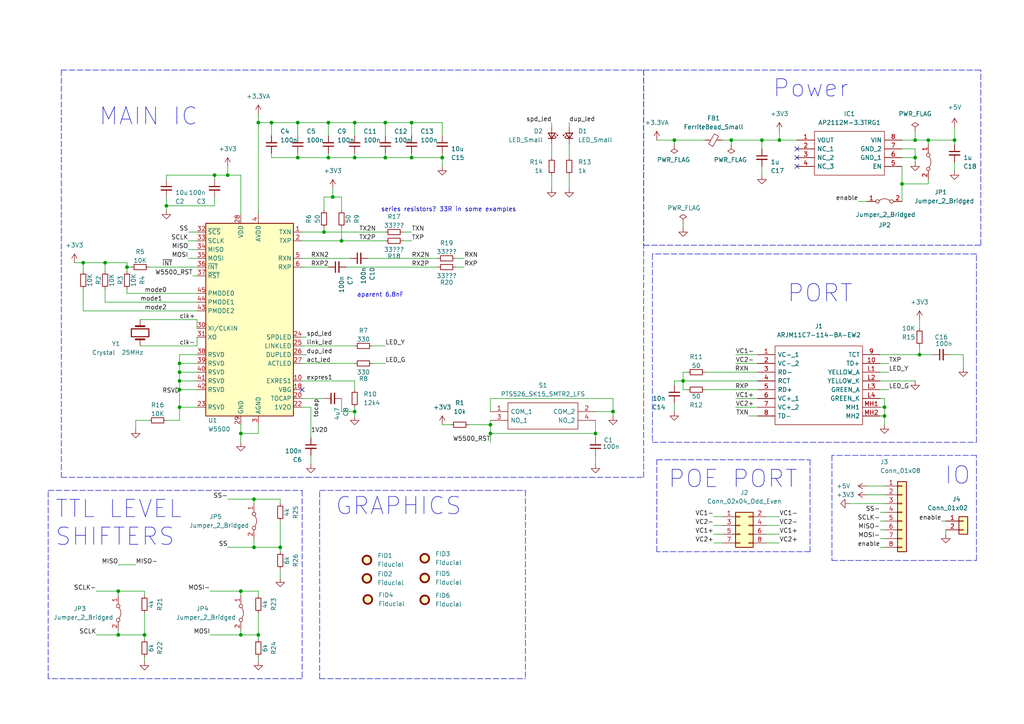
<source format=kicad_sch>
(kicad_sch (version 20211123) (generator eeschema)
  (paper "A4")
  (junction (at 30.48 76.2))
  (junction (at 142.24 125.73))
  (junction (at 34.29 171.45))
  (junction (at 69.85 171.45))
  (junction (at 62.23 50.8))
  (junction (at 111.76 35.56))
  (junction (at 69.85 125.73))
  (junction (at 102.87 35.56))
  (junction (at 128.27 45.72))
  (junction (at 256.54 118.11))
  (junction (at 52.07 107.95))
  (junction (at 119.38 45.72))
  (junction (at 269.24 40.64))
  (junction (at 99.06 69.85))
  (junction (at 198.12 110.49))
  (junction (at 78.74 35.56))
  (junction (at 220.98 40.64))
  (junction (at 256.54 120.65))
  (junction (at 265.43 45.72))
  (junction (at 86.36 45.72))
  (junction (at 226.06 40.64))
  (junction (at 41.91 184.15))
  (junction (at 81.28 158.75))
  (junction (at 52.07 118.11))
  (junction (at 95.25 35.56))
  (junction (at 74.93 35.56))
  (junction (at 74.93 184.15))
  (junction (at 34.29 184.15))
  (junction (at 69.85 184.15))
  (junction (at 86.36 35.56))
  (junction (at 119.38 35.56))
  (junction (at 95.25 45.72))
  (junction (at 52.07 113.03))
  (junction (at 52.07 110.49))
  (junction (at 102.87 119.38))
  (junction (at 52.07 105.41))
  (junction (at 24.13 76.2))
  (junction (at 102.87 45.72))
  (junction (at 177.8 119.38))
  (junction (at 172.72 125.73))
  (junction (at 195.58 40.64))
  (junction (at 212.09 40.64))
  (junction (at 66.04 50.8))
  (junction (at 266.7 102.87))
  (junction (at 73.66 144.78))
  (junction (at 261.62 53.34))
  (junction (at 265.43 40.64))
  (junction (at 96.52 57.15))
  (junction (at 48.26 59.69))
  (junction (at 36.83 77.47))
  (junction (at 111.76 45.72))
  (junction (at 276.86 40.64))
  (junction (at 142.24 123.19))
  (junction (at 73.66 158.75))
  (junction (at 93.98 67.31))
  (no_connect (at 87.63 113.03))
  (no_connect (at 231.14 48.26))
  (no_connect (at 231.14 45.72))
  (no_connect (at 231.14 43.18))
  (wire (pts (xy 87.63 118.11) (xy 90.17 118.11)))
  (wire (pts (xy 274.32 153.67) (xy 274.32 154.94)))
  (wire (pts (xy 52.07 121.92) (xy 48.26 121.92)))
  (wire (pts (xy 198.12 110.49) (xy 219.71 110.49)))
  (wire (pts (xy 74.93 177.8) (xy 74.93 184.15)))
  (wire (pts (xy 198.12 107.95) (xy 198.12 110.49)))
  (polyline (pts (xy 17.78 20.32) (xy 186.69 20.32)))
  (wire (pts (xy 226.06 40.64) (xy 231.14 40.64)))
  (wire (pts (xy 256.54 118.11) (xy 256.54 115.57)))
  (wire (pts (xy 261.62 45.72) (xy 265.43 45.72)))
  (polyline (pts (xy 234.95 133.35) (xy 234.95 160.02)))
  (wire (pts (xy 74.93 33.02) (xy 74.93 35.56)))
  (wire (pts (xy 273.05 151.13) (xy 274.32 151.13)))
  (wire (pts (xy 177.8 119.38) (xy 177.8 120.65)))
  (wire (pts (xy 255.27 113.03) (xy 257.81 113.03)))
  (wire (pts (xy 93.98 57.15) (xy 96.52 57.15)))
  (wire (pts (xy 73.66 158.75) (xy 81.28 158.75)))
  (wire (pts (xy 276.86 40.64) (xy 276.86 36.83)))
  (wire (pts (xy 93.98 67.31) (xy 111.76 67.31)))
  (polyline (pts (xy 189.23 73.66) (xy 189.23 128.27)))
  (wire (pts (xy 93.98 67.31) (xy 93.98 66.04)))
  (wire (pts (xy 54.61 72.39) (xy 57.15 72.39)))
  (wire (pts (xy 57.15 113.03) (xy 52.07 113.03)))
  (wire (pts (xy 78.74 35.56) (xy 86.36 35.56)))
  (wire (pts (xy 86.36 45.72) (xy 95.25 45.72)))
  (wire (pts (xy 57.15 92.71) (xy 57.15 95.25)))
  (wire (pts (xy 48.26 50.8) (xy 62.23 50.8)))
  (wire (pts (xy 111.76 44.45) (xy 111.76 45.72)))
  (wire (pts (xy 266.7 102.87) (xy 270.51 102.87)))
  (wire (pts (xy 81.28 144.78) (xy 81.28 146.05)))
  (wire (pts (xy 54.61 67.31) (xy 57.15 67.31)))
  (wire (pts (xy 52.07 102.87) (xy 52.07 105.41)))
  (wire (pts (xy 74.93 190.5) (xy 74.93 191.77)))
  (wire (pts (xy 256.54 120.65) (xy 256.54 123.19)))
  (polyline (pts (xy 87.63 196.85) (xy 13.97 196.85)))
  (wire (pts (xy 212.09 40.64) (xy 220.98 40.64)))
  (wire (pts (xy 40.64 100.33) (xy 57.15 100.33)))
  (wire (pts (xy 48.26 59.69) (xy 62.23 59.69)))
  (wire (pts (xy 209.55 40.64) (xy 212.09 40.64)))
  (wire (pts (xy 73.66 144.78) (xy 73.66 146.05)))
  (wire (pts (xy 48.26 59.69) (xy 48.26 60.96)))
  (wire (pts (xy 93.98 67.31) (xy 87.63 67.31)))
  (wire (pts (xy 87.63 100.33) (xy 102.87 100.33)))
  (wire (pts (xy 95.25 35.56) (xy 95.25 39.37)))
  (wire (pts (xy 255.27 107.95) (xy 257.81 107.95)))
  (polyline (pts (xy 283.21 73.66) (xy 189.23 73.66)))
  (wire (pts (xy 74.93 35.56) (xy 78.74 35.56)))
  (wire (pts (xy 226.06 38.1) (xy 226.06 40.64)))
  (polyline (pts (xy 17.78 20.32) (xy 17.78 138.43)))
  (wire (pts (xy 99.06 115.57) (xy 99.06 119.38)))
  (wire (pts (xy 87.63 105.41) (xy 102.87 105.41)))
  (wire (pts (xy 74.93 171.45) (xy 69.85 171.45)))
  (wire (pts (xy 69.85 125.73) (xy 69.85 128.27)))
  (wire (pts (xy 24.13 76.2) (xy 21.59 76.2)))
  (wire (pts (xy 102.87 119.38) (xy 102.87 120.65)))
  (wire (pts (xy 30.48 87.63) (xy 57.15 87.63)))
  (wire (pts (xy 66.04 48.26) (xy 66.04 50.8)))
  (wire (pts (xy 52.07 107.95) (xy 57.15 107.95)))
  (wire (pts (xy 222.25 149.86) (xy 226.06 149.86)))
  (wire (pts (xy 24.13 90.17) (xy 24.13 83.82)))
  (wire (pts (xy 95.25 35.56) (xy 102.87 35.56)))
  (wire (pts (xy 261.62 53.34) (xy 261.62 58.42)))
  (wire (pts (xy 102.87 44.45) (xy 102.87 45.72)))
  (wire (pts (xy 93.98 60.96) (xy 93.98 57.15)))
  (wire (pts (xy 128.27 45.72) (xy 128.27 44.45)))
  (wire (pts (xy 69.85 182.88) (xy 69.85 184.15)))
  (wire (pts (xy 57.15 100.33) (xy 57.15 97.79)))
  (wire (pts (xy 255.27 115.57) (xy 256.54 115.57)))
  (wire (pts (xy 66.04 50.8) (xy 69.85 50.8)))
  (wire (pts (xy 195.58 110.49) (xy 198.12 110.49)))
  (wire (pts (xy 69.85 123.19) (xy 69.85 125.73)))
  (wire (pts (xy 102.87 119.38) (xy 99.06 119.38)))
  (wire (pts (xy 74.93 35.56) (xy 74.93 62.23)))
  (wire (pts (xy 95.25 45.72) (xy 102.87 45.72)))
  (wire (pts (xy 255.27 158.75) (xy 256.54 158.75)))
  (wire (pts (xy 261.62 53.34) (xy 269.24 53.34)))
  (wire (pts (xy 96.52 57.15) (xy 99.06 57.15)))
  (wire (pts (xy 87.63 74.93) (xy 101.6 74.93)))
  (wire (pts (xy 78.74 44.45) (xy 78.74 45.72)))
  (polyline (pts (xy 186.69 20.32) (xy 186.69 71.12)))
  (wire (pts (xy 86.36 35.56) (xy 95.25 35.56)))
  (polyline (pts (xy 152.4 142.24) (xy 152.4 196.85)))
  (wire (pts (xy 119.38 45.72) (xy 128.27 45.72)))
  (wire (pts (xy 261.62 43.18) (xy 265.43 43.18)))
  (polyline (pts (xy 186.69 138.43) (xy 186.69 20.32)))
  (wire (pts (xy 62.23 59.69) (xy 62.23 57.15)))
  (wire (pts (xy 128.27 35.56) (xy 128.27 39.37)))
  (wire (pts (xy 119.38 35.56) (xy 119.38 39.37)))
  (wire (pts (xy 212.09 40.64) (xy 212.09 41.91)))
  (polyline (pts (xy 189.23 128.27) (xy 283.21 128.27)))
  (wire (pts (xy 87.63 102.87) (xy 88.9 102.87)))
  (wire (pts (xy 36.83 77.47) (xy 38.1 77.47)))
  (wire (pts (xy 69.85 171.45) (xy 60.96 171.45)))
  (wire (pts (xy 255.27 120.65) (xy 256.54 120.65)))
  (wire (pts (xy 41.91 184.15) (xy 41.91 185.42)))
  (wire (pts (xy 52.07 105.41) (xy 52.07 107.95)))
  (wire (pts (xy 52.07 118.11) (xy 52.07 121.92)))
  (wire (pts (xy 255.27 151.13) (xy 256.54 151.13)))
  (polyline (pts (xy 13.97 196.85) (xy 13.97 142.24)))
  (wire (pts (xy 107.95 100.33) (xy 111.76 100.33)))
  (polyline (pts (xy 186.69 20.32) (xy 284.48 20.32)))
  (wire (pts (xy 99.06 57.15) (xy 99.06 60.96)))
  (wire (pts (xy 55.88 80.01) (xy 57.15 80.01)))
  (wire (pts (xy 119.38 44.45) (xy 119.38 45.72)))
  (wire (pts (xy 36.83 78.74) (xy 36.83 77.47)))
  (wire (pts (xy 73.66 144.78) (xy 66.04 144.78)))
  (wire (pts (xy 36.83 77.47) (xy 36.83 76.2)))
  (wire (pts (xy 165.1 41.91) (xy 165.1 45.72)))
  (wire (pts (xy 132.08 74.93) (xy 134.62 74.93)))
  (wire (pts (xy 57.15 85.09) (xy 36.83 85.09)))
  (wire (pts (xy 60.96 184.15) (xy 69.85 184.15)))
  (wire (pts (xy 165.1 54.61) (xy 165.1 50.8)))
  (wire (pts (xy 135.89 123.19) (xy 142.24 123.19)))
  (wire (pts (xy 256.54 118.11) (xy 256.54 120.65)))
  (wire (pts (xy 107.95 105.41) (xy 111.76 105.41)))
  (wire (pts (xy 41.91 171.45) (xy 34.29 171.45)))
  (wire (pts (xy 222.25 157.48) (xy 226.06 157.48)))
  (wire (pts (xy 95.25 77.47) (xy 87.63 77.47)))
  (wire (pts (xy 190.5 40.64) (xy 195.58 40.64)))
  (wire (pts (xy 128.27 48.26) (xy 128.27 45.72)))
  (wire (pts (xy 142.24 125.73) (xy 142.24 123.19)))
  (wire (pts (xy 27.94 184.15) (xy 34.29 184.15)))
  (wire (pts (xy 142.24 119.38) (xy 142.24 115.57)))
  (wire (pts (xy 39.37 121.92) (xy 39.37 124.46)))
  (wire (pts (xy 34.29 163.83) (xy 39.37 163.83)))
  (wire (pts (xy 74.93 125.73) (xy 69.85 125.73)))
  (wire (pts (xy 209.55 152.4) (xy 207.01 152.4)))
  (wire (pts (xy 57.15 102.87) (xy 52.07 102.87)))
  (wire (pts (xy 279.4 102.87) (xy 275.59 102.87)))
  (wire (pts (xy 279.4 106.68) (xy 279.4 102.87)))
  (wire (pts (xy 213.36 118.11) (xy 219.71 118.11)))
  (wire (pts (xy 111.76 35.56) (xy 119.38 35.56)))
  (polyline (pts (xy 283.21 128.27) (xy 283.21 73.66)))
  (wire (pts (xy 96.52 54.61) (xy 96.52 57.15)))
  (polyline (pts (xy 92.71 142.24) (xy 152.4 142.24)))
  (wire (pts (xy 160.02 36.83) (xy 160.02 35.56)))
  (wire (pts (xy 69.85 171.45) (xy 69.85 172.72)))
  (wire (pts (xy 209.55 154.94) (xy 207.01 154.94)))
  (wire (pts (xy 30.48 83.82) (xy 30.48 87.63)))
  (wire (pts (xy 41.91 177.8) (xy 41.91 184.15)))
  (wire (pts (xy 41.91 190.5) (xy 41.91 191.77)))
  (wire (pts (xy 255.27 110.49) (xy 265.43 110.49)))
  (wire (pts (xy 204.47 113.03) (xy 219.71 113.03)))
  (wire (pts (xy 276.86 46.99) (xy 276.86 49.53)))
  (wire (pts (xy 100.33 77.47) (xy 127 77.47)))
  (wire (pts (xy 222.25 152.4) (xy 226.06 152.4)))
  (wire (pts (xy 102.87 35.56) (xy 111.76 35.56)))
  (wire (pts (xy 261.62 48.26) (xy 261.62 53.34)))
  (wire (pts (xy 195.58 40.64) (xy 195.58 41.91)))
  (wire (pts (xy 66.04 158.75) (xy 73.66 158.75)))
  (wire (pts (xy 246.38 146.05) (xy 256.54 146.05)))
  (polyline (pts (xy 186.69 71.12) (xy 284.48 71.12)))
  (wire (pts (xy 78.74 45.72) (xy 86.36 45.72)))
  (wire (pts (xy 128.27 123.19) (xy 130.81 123.19)))
  (wire (pts (xy 36.83 85.09) (xy 36.83 83.82)))
  (polyline (pts (xy 283.21 162.56) (xy 283.21 132.08)))
  (wire (pts (xy 265.43 38.1) (xy 265.43 40.64)))
  (wire (pts (xy 195.58 40.64) (xy 204.47 40.64)))
  (polyline (pts (xy 234.95 160.02) (xy 190.5 160.02)))
  (wire (pts (xy 90.17 132.08) (xy 90.17 134.62)))
  (wire (pts (xy 87.63 97.79) (xy 88.9 97.79)))
  (wire (pts (xy 81.28 144.78) (xy 73.66 144.78)))
  (wire (pts (xy 87.63 115.57) (xy 93.98 115.57)))
  (wire (pts (xy 198.12 110.49) (xy 198.12 113.03)))
  (wire (pts (xy 34.29 182.88) (xy 34.29 184.15)))
  (wire (pts (xy 266.7 92.71) (xy 266.7 95.25)))
  (wire (pts (xy 195.58 116.84) (xy 195.58 119.38)))
  (wire (pts (xy 195.58 111.76) (xy 195.58 110.49)))
  (wire (pts (xy 255.27 105.41) (xy 257.81 105.41)))
  (polyline (pts (xy 17.78 138.43) (xy 186.69 138.43)))
  (wire (pts (xy 220.98 48.26) (xy 220.98 50.8)))
  (wire (pts (xy 39.37 121.92) (xy 43.18 121.92)))
  (wire (pts (xy 204.47 107.95) (xy 219.71 107.95)))
  (wire (pts (xy 102.87 45.72) (xy 111.76 45.72)))
  (wire (pts (xy 41.91 171.45) (xy 41.91 172.72)))
  (wire (pts (xy 172.72 127) (xy 172.72 125.73)))
  (wire (pts (xy 261.62 40.64) (xy 265.43 40.64)))
  (wire (pts (xy 43.18 77.47) (xy 57.15 77.47)))
  (wire (pts (xy 74.93 184.15) (xy 74.93 185.42)))
  (wire (pts (xy 142.24 123.19) (xy 142.24 121.92)))
  (wire (pts (xy 198.12 113.03) (xy 199.39 113.03)))
  (wire (pts (xy 209.55 157.48) (xy 207.01 157.48)))
  (polyline (pts (xy 13.97 142.24) (xy 87.63 142.24)))
  (wire (pts (xy 132.08 77.47) (xy 134.62 77.47)))
  (wire (pts (xy 248.92 58.42) (xy 251.46 58.42)))
  (wire (pts (xy 90.17 127) (xy 90.17 118.11)))
  (wire (pts (xy 52.07 113.03) (xy 52.07 118.11)))
  (wire (pts (xy 160.02 41.91) (xy 160.02 45.72)))
  (wire (pts (xy 86.36 44.45) (xy 86.36 45.72)))
  (wire (pts (xy 102.87 118.11) (xy 102.87 119.38)))
  (wire (pts (xy 52.07 107.95) (xy 52.07 110.49)))
  (wire (pts (xy 24.13 76.2) (xy 24.13 78.74)))
  (polyline (pts (xy 241.3 132.08) (xy 241.3 162.56)))
  (wire (pts (xy 269.24 40.64) (xy 276.86 40.64)))
  (wire (pts (xy 160.02 54.61) (xy 160.02 50.8)))
  (wire (pts (xy 40.64 92.71) (xy 57.15 92.71)))
  (wire (pts (xy 172.72 132.08) (xy 172.72 134.62)))
  (wire (pts (xy 69.85 62.23) (xy 69.85 50.8)))
  (wire (pts (xy 106.68 74.93) (xy 127 74.93)))
  (wire (pts (xy 87.63 110.49) (xy 102.87 110.49)))
  (wire (pts (xy 74.93 171.45) (xy 74.93 172.72)))
  (wire (pts (xy 255.27 148.59) (xy 256.54 148.59)))
  (wire (pts (xy 102.87 35.56) (xy 102.87 39.37)))
  (wire (pts (xy 52.07 110.49) (xy 57.15 110.49)))
  (wire (pts (xy 142.24 125.73) (xy 142.24 128.27)))
  (wire (pts (xy 213.36 105.41) (xy 219.71 105.41)))
  (wire (pts (xy 111.76 35.56) (xy 111.76 39.37)))
  (polyline (pts (xy 190.5 160.02) (xy 190.5 133.35)))
  (wire (pts (xy 111.76 45.72) (xy 119.38 45.72)))
  (wire (pts (xy 251.46 143.51) (xy 256.54 143.51)))
  (wire (pts (xy 30.48 76.2) (xy 30.48 78.74)))
  (wire (pts (xy 266.7 100.33) (xy 266.7 102.87)))
  (wire (pts (xy 48.26 52.07) (xy 48.26 50.8)))
  (wire (pts (xy 81.28 151.13) (xy 81.28 158.75)))
  (wire (pts (xy 78.74 35.56) (xy 78.74 39.37)))
  (wire (pts (xy 99.06 69.85) (xy 111.76 69.85)))
  (wire (pts (xy 217.17 120.65) (xy 219.71 120.65)))
  (wire (pts (xy 81.28 165.1) (xy 81.28 167.64)))
  (wire (pts (xy 269.24 53.34) (xy 269.24 52.07)))
  (wire (pts (xy 220.98 43.18) (xy 220.98 40.64)))
  (wire (pts (xy 213.36 102.87) (xy 219.71 102.87)))
  (wire (pts (xy 81.28 158.75) (xy 81.28 160.02)))
  (wire (pts (xy 265.43 45.72) (xy 265.43 46.99)))
  (polyline (pts (xy 284.48 71.12) (xy 284.48 20.32)))
  (wire (pts (xy 62.23 50.8) (xy 66.04 50.8)))
  (wire (pts (xy 95.25 44.45) (xy 95.25 45.72)))
  (wire (pts (xy 209.55 149.86) (xy 207.01 149.86)))
  (wire (pts (xy 177.8 115.57) (xy 177.8 119.38)))
  (wire (pts (xy 30.48 76.2) (xy 24.13 76.2)))
  (wire (pts (xy 265.43 40.64) (xy 269.24 40.64)))
  (wire (pts (xy 74.93 123.19) (xy 74.93 125.73)))
  (wire (pts (xy 116.84 67.31) (xy 119.38 67.31)))
  (wire (pts (xy 57.15 105.41) (xy 52.07 105.41)))
  (wire (pts (xy 220.98 40.64) (xy 226.06 40.64)))
  (wire (pts (xy 165.1 36.83) (xy 165.1 35.56)))
  (wire (pts (xy 198.12 66.04) (xy 198.12 64.77)))
  (wire (pts (xy 73.66 156.21) (xy 73.66 158.75)))
  (wire (pts (xy 52.07 118.11) (xy 57.15 118.11)))
  (wire (pts (xy 172.72 125.73) (xy 142.24 125.73)))
  (wire (pts (xy 34.29 184.15) (xy 41.91 184.15)))
  (wire (pts (xy 265.43 43.18) (xy 265.43 45.72)))
  (wire (pts (xy 213.36 115.57) (xy 219.71 115.57)))
  (wire (pts (xy 54.61 69.85) (xy 57.15 69.85)))
  (wire (pts (xy 69.85 184.15) (xy 74.93 184.15)))
  (wire (pts (xy 57.15 90.17) (xy 24.13 90.17)))
  (wire (pts (xy 222.25 154.94) (xy 226.06 154.94)))
  (wire (pts (xy 116.84 69.85) (xy 119.38 69.85)))
  (wire (pts (xy 255.27 153.67) (xy 256.54 153.67)))
  (wire (pts (xy 62.23 50.8) (xy 62.23 52.07)))
  (polyline (pts (xy 87.63 142.24) (xy 87.63 196.85)))
  (wire (pts (xy 34.29 171.45) (xy 34.29 172.72)))
  (wire (pts (xy 266.7 102.87) (xy 255.27 102.87)))
  (wire (pts (xy 276.86 40.64) (xy 276.86 41.91)))
  (wire (pts (xy 52.07 110.49) (xy 52.07 113.03)))
  (wire (pts (xy 86.36 35.56) (xy 86.36 39.37)))
  (wire (pts (xy 99.06 66.04) (xy 99.06 69.85)))
  (polyline (pts (xy 190.5 133.35) (xy 234.95 133.35)))
  (wire (pts (xy 269.24 40.64) (xy 269.24 41.91)))
  (polyline (pts (xy 241.3 162.56) (xy 283.21 162.56)))
  (wire (pts (xy 34.29 171.45) (xy 27.94 171.45)))
  (polyline (pts (xy 92.71 196.85) (xy 92.71 142.24)))
  (wire (pts (xy 54.61 74.93) (xy 57.15 74.93)))
  (wire (pts (xy 199.39 107.95) (xy 198.12 107.95)))
  (wire (pts (xy 142.24 115.57) (xy 177.8 115.57)))
  (wire (pts (xy 36.83 76.2) (xy 30.48 76.2)))
  (wire (pts (xy 172.72 121.92) (xy 172.72 125.73)))
  (polyline (pts (xy 92.71 196.85) (xy 152.4 196.85)))
  (wire (pts (xy 255.27 118.11) (xy 256.54 118.11)))
  (wire (pts (xy 177.8 119.38) (xy 172.72 119.38)))
  (wire (pts (xy 102.87 110.49) (xy 102.87 113.03)))
  (polyline (pts (xy 283.21 132.08) (xy 241.3 132.08)))
  (wire (pts (xy 119.38 35.56) (xy 128.27 35.56)))
  (wire (pts (xy 255.27 156.21) (xy 256.54 156.21)))
  (wire (pts (xy 87.63 69.85) (xy 99.06 69.85)))
  (wire (pts (xy 251.46 140.97) (xy 256.54 140.97)))
  (wire (pts (xy 48.26 57.15) (xy 48.26 59.69)))
  (text "aparent 6.8nF" (at 103.505 86.36 0) (effects (font (size 1.27 1.27)) (justify left bottom)))
  (text "IO" (at 273.812 140.97 0) (effects (font (size 5 5)) (justify left bottom)))
  (text "series resistors? 33R in some examples" (at 110.49 61.595 0) (effects (font (size 1.27 1.27)) (justify left bottom)))
  (text "PORT" (at 228.219 88.138 0) (effects (font (size 5 5)) (justify left bottom)))
  (text "Power" (at 224.028 28.702 0) (effects (font (size 5 5)) (justify left bottom)))
  (text "TTL LEVEL\nSHIFTERS" (at 15.875 158.75 0) (effects (font (size 5 5)) (justify left bottom)))
  (text "GRAPHICS" (at 97.155 149.86 0) (effects (font (size 5 5)) (justify left bottom)))
  (text "MAIN IC" (at 28.575 36.83 0) (effects (font (size 5 5)) (justify left bottom)))
  (text "POE PORT" (at 193.675 141.986 0) (effects (font (size 5 5)) (justify left bottom)))
  (label "SCLK" (at 27.94 184.15 180))
  (label "RX2N" (at 119.38 74.93 0))
  (label "enable" (at 255.27 158.75 180))
  (label "spd_led" (at 160.02 35.56 180))
  (label "RXN" (at 134.62 74.93 0))
  (label "VC1+" (at 226.06 154.94 0))
  (label "LED_G" (at 257.81 113.03 0))
  (label "dup_led" (at 165.1 35.56 0))
  (label "RXN" (at 217.17 107.95 180))
  (label "VC2+" (at 226.06 157.48 0))
  (label "LED_G" (at 111.76 105.41 0))
  (label "link_led" (at 88.9 100.33 0))
  (label "TXP" (at 119.38 69.85 0))
  (label "VC1+" (at 207.01 154.94 180))
  (label "TXP" (at 257.81 105.41 0))
  (label "SS" (at 66.04 158.75 180))
  (label "mode1" (at 40.64 87.63 0))
  (label "act_led" (at 88.9 105.41 0))
  (label "LED_Y" (at 111.76 100.33 0))
  (label "SCLK-" (at 27.94 171.45 180))
  (label "RXN2" (at 90.17 74.93 0))
  (label "TXN" (at 119.38 67.31 0))
  (label "RSVD" (at 52.07 114.3 180))
  (label "VC2+" (at 207.01 157.48 180))
  (label "SCLK-" (at 255.27 151.13 180))
  (label "mode0" (at 41.91 85.09 0))
  (label "1V20" (at 90.17 125.73 0))
  (label "MOSI" (at 60.96 184.15 180))
  (label "clk-" (at 52.07 100.33 0))
  (label "TX2P" (at 104.14 69.85 0))
  (label "clk+" (at 52.07 92.71 0))
  (label "VC2-" (at 207.01 152.4 180))
  (label "SS-" (at 66.04 144.78 180))
  (label "MISO" (at 34.29 163.83 180))
  (label "MISO-" (at 39.37 163.83 0))
  (label "MOSI-" (at 60.96 171.45 180))
  (label "enable" (at 273.05 151.13 180))
  (label "RXP" (at 134.62 77.47 0))
  (label "W5500_RST" (at 55.88 80.01 180))
  (label "SS" (at 54.61 67.31 180))
  (label "MISO" (at 54.61 72.39 180))
  (label "VC2+" (at 213.36 118.11 0))
  (label "W5500_RST" (at 142.24 128.27 180))
  (label "VC1+" (at 213.36 115.57 0))
  (label "~{INT}" (at 46.99 77.47 0))
  (label "RX2P" (at 119.38 77.47 0))
  (label "MOSI" (at 54.61 74.93 180))
  (label "RXP2" (at 90.17 77.47 0))
  (label "MISO-" (at 255.27 153.67 180))
  (label "SS-" (at 255.27 148.59 180))
  (label "MOSI-" (at 255.27 156.21 180))
  (label "VC1-" (at 213.36 102.87 0))
  (label "TX2N" (at 104.14 67.31 0))
  (label "dup_led" (at 88.9 102.87 0))
  (label "spd_led" (at 88.9 97.79 0))
  (label "SCLK" (at 54.61 69.85 180))
  (label "VC1-" (at 226.06 149.86 0))
  (label "expres1" (at 88.9 110.49 0))
  (label "VC2-" (at 226.06 152.4 0))
  (label "RXP" (at 217.17 113.03 180))
  (label "tocap" (at 92.71 115.57 270))
  (label "enable" (at 248.92 58.42 180))
  (label "mode2" (at 41.91 90.17 0))
  (label "VC1-" (at 207.01 149.86 180))
  (label "TXN" (at 217.17 120.65 180))
  (label "VC2-" (at 213.36 105.41 0))
  (label "LED_Y" (at 257.81 107.95 0))
  (symbol (lib_id "Device:C_Small") (at 276.86 44.45 0) (unit 1)
    (property "Reference" "C18" (at 279.4 48.26 0) (effects (justify left)))
    (property "Value" "1u" (at 279.4 45.72 0) (effects (justify left)))
    (property "Footprint" "Capacitor_SMD:C_0805_2012Metric" (effects hide))
  )
  (symbol (lib_id "power:GND") (at 160.02 54.61 0) (unit 1)
    (property "Reference" "#PWR015" (effects hide))
    (property "Value" "GND" (effects hide))
  )
  (symbol (lib_id "Jumper:Jumper_2_Bridged") (at 73.66 151.13 270) (unit 1)
    (property "Reference" "JP5" (at 60.706 149.86 90) (effects (justify left)))
    (property "Value" "Jumper_2_Bridged" (at 54.864 152.4 90) (effects (justify left)))
    (property "Footprint" "Jumper:SolderJumper-2_P1.3mm_Bridged_RoundedPad1.0x1.5mm" (effects hide))
  )
  (symbol (lib_id "Device:R_Small") (at 165.1 48.26 0) (unit 1)
    (property "Reference" "R13" (at 167.64 46.9899 0) (effects (justify left)))
    (property "Value" "1k" (at 167.64 49.5299 0) (effects (justify left)))
    (property "Footprint" "Resistor_SMD:R_0603_1608Metric_Pad0.98x0.95mm_HandSolder" (effects hide))
  )
  (symbol (lib_id "power:+3.3VA") (at 190.5 40.64 0) (unit 1)
    (property "Reference" "#PWR0109" (effects hide))
    (property "Value" "+3.3VA" (at 190.5 35.56 0))
  )
  (symbol (lib_id "power:GND") (at 90.17 134.62 0) (unit 1)
    (property "Reference" "#PWR08" (effects hide))
    (property "Value" "GND" (effects hide))
  )
  (symbol (lib_id "Mechanical:Fiducial") (at 123.19 161.925 0) (unit 1) (in_bom no)
    (property "Reference" "FID3" (at 126.238 160.6549 0) (effects (justify left)))
    (property "Value" "Fiducial" (at 126.238 163.1949 0) (effects (justify left)))
    (property "Footprint" "Symbol:KiCad-Logo2_12mm_SilkScreen" (effects hide))
  )
  (symbol (lib_id "Device:C_Small") (at 78.74 41.91 0) (mirror x) (unit 1)
    (property "Reference" "C4" (at 81.28 38.1 0) (effects (justify left)))
    (property "Value" "100n" (at 81.28 40.64 0) (effects (justify left)))
    (property "Footprint" "Capacitor_SMD:C_0805_2012Metric" (effects hide))
  )
  (symbol (lib_id "power:+3V3") (at 21.59 76.2 0) (unit 1)
    (property "Reference" "#PWR02" (effects hide))
    (property "Value" "+3V3" (at 21.59 71.12 0))
  )
  (symbol (lib_id "Device:C_Small") (at 48.26 54.61 0) (unit 1)
    (property "Reference" "C2" (at 50.8 58.42 0) (effects (justify left)))
    (property "Value" "10u" (at 50.8 55.88 0) (effects (justify left)))
    (property "Footprint" "Capacitor_SMD:C_0805_2012Metric" (effects hide))
  )
  (symbol (lib_id "Device:R_Small") (at 99.06 63.5 0) (unit 1)
    (property "Reference" "R9" (at 103.505 63.5 90))
    (property "Value" "50" (at 100.965 63.5 90))
    (property "Footprint" "Resistor_SMD:R_0603_1608Metric_Pad0.98x0.95mm_HandSolder" (effects hide))
  )
  (symbol (lib_id "Connector_Generic:Conn_01x02") (at 279.4 151.13 0) (unit 1)
    (property "Reference" "J4" (at 276.225 144.78 0) (effects (justify left)))
    (property "Value" "Conn_01x02" (at 268.986 147.32 0) (effects (justify left)))
    (property "Footprint" "Connector_PinSocket_2.54mm:PinSocket_1x02_P2.54mm_Vertical" (effects hide))
  )
  (symbol (lib_id "Device:R_Small") (at 24.13 81.28 0) (unit 1)
    (property "Reference" "R2" (at 28.575 81.28 90))
    (property "Value" "10K" (at 26.035 81.28 90))
    (property "Footprint" "Resistor_SMD:R_0603_1608Metric_Pad0.98x0.95mm_HandSolder" (effects hide))
  )
  (symbol (lib_id "Device:R_Small") (at 129.54 74.93 90) (unit 1)
    (property "Reference" "R19" (at 129.54 70.485 90))
    (property "Value" "33???" (at 129.54 73.025 90))
    (property "Footprint" "Resistor_SMD:R_0603_1608Metric_Pad0.98x0.95mm_HandSolder" (effects hide))
  )
  (symbol (lib_id "Device:R_Small") (at 133.35 123.19 90) (unit 1)
    (property "Reference" "R1" (at 133.35 116.84 90))
    (property "Value" "10k" (at 133.35 119.38 90))
    (property "Footprint" "Resistor_SMD:R_0603_1608Metric_Pad0.98x0.95mm_HandSolder" (effects hide))
  )
  (symbol (lib_id "Device:R_Small") (at 93.98 63.5 180) (unit 1)
    (property "Reference" "R6" (at 89.535 63.5 90))
    (property "Value" "50" (at 92.075 63.5 90))
    (property "Footprint" "Resistor_SMD:R_0603_1608Metric_Pad0.98x0.95mm_HandSolder" (effects hide))
  )
  (symbol (lib_id "power:+3V3") (at 251.46 143.51 90) (unit 1)
    (property "Reference" "#PWR0102" (effects hide))
    (property "Value" "+3V3" (at 242.57 143.51 90) (effects (justify right)))
  )
  (symbol (lib_id "Jumper:Jumper_2_Bridged") (at 34.29 177.8 270) (unit 1)
    (property "Reference" "JP3" (at 21.336 176.53 90) (effects (justify left)))
    (property "Value" "Jumper_2_Bridged" (at 15.494 179.07 90) (effects (justify left)))
    (property "Footprint" "Jumper:SolderJumper-2_P1.3mm_Bridged_RoundedPad1.0x1.5mm" (effects hide))
  )
  (symbol (lib_id "power:PWR_FLAG") (at 212.09 41.91 180) (unit 1)
    (property "Reference" "#FLG0101" (effects hide))
    (property "Value" "PWR_FLAG" (at 207.01 46.355 0) (effects (justify right)))
  )
  (symbol (lib_id "Device:R_Small") (at 36.83 81.28 0) (unit 1)
    (property "Reference" "R4" (at 41.275 81.28 90))
    (property "Value" "10K" (at 38.735 81.28 90))
    (property "Footprint" "Resistor_SMD:R_0603_1608Metric_Pad0.98x0.95mm_HandSolder" (effects hide))
  )
  (symbol (lib_id "Device:R_Small") (at 40.64 77.47 90) (unit 1)
    (property "Reference" "R5" (at 40.64 73.025 90))
    (property "Value" "10K" (at 40.64 75.565 90))
    (property "Footprint" "Resistor_SMD:R_0603_1608Metric_Pad0.98x0.95mm_HandSolder" (effects hide))
  )
  (symbol (lib_id "Device:C_Small") (at 128.27 41.91 0) (unit 1)
    (property "Reference" "C15" (at 130.81 45.72 0) (effects (justify left)))
    (property "Value" "10u" (at 130.81 43.18 0) (effects (justify left)))
    (property "Footprint" "Capacitor_SMD:C_0805_2012Metric" (effects hide))
  )
  (symbol (lib_id "Device:R_Small") (at 105.41 100.33 90) (unit 1)
    (property "Reference" "R7" (at 105.41 95.885 90))
    (property "Value" "330" (at 105.41 98.425 90))
    (property "Footprint" "Resistor_SMD:R_0603_1608Metric_Pad0.98x0.95mm_HandSolder" (effects hide))
  )
  (symbol (lib_id "Device:R_Small") (at 102.87 115.57 0) (mirror y) (unit 1)
    (property "Reference" "R10" (at 105.41 114.2999 0) (effects (justify right)))
    (property "Value" "12k4" (at 105.41 116.8399 0) (effects (justify right)))
    (property "Footprint" "Resistor_THT:R_Axial_DIN0207_L6.3mm_D2.5mm_P5.08mm_Vertical" (effects hide))
  )
  (symbol (lib_id "Device:C_Small") (at 102.87 41.91 0) (mirror x) (unit 1)
    (property "Reference" "C11" (at 105.41 38.1 0) (effects (justify left)))
    (property "Value" "100n" (at 105.41 40.64 0) (effects (justify left)))
    (property "Footprint" "Capacitor_SMD:C_0805_2012Metric" (effects hide))
  )
  (symbol (lib_id "power:+5V") (at 251.46 140.97 90) (unit 1)
    (property "Reference" "#PWR0103" (effects hide))
    (property "Value" "+5V" (at 242.57 140.97 90) (effects (justify right)))
  )
  (symbol (lib_id "SamacSys_Parts:ARJM11C7-114-BA-EW2") (at 219.71 102.87 0) (unit 1)
    (property "Reference" "J1" (at 237.49 94.615 0))
    (property "Value" "ARJM11C7-114-BA-EW2" (at 237.49 97.155 0))
    (property "Footprint" "ARJM11C7114BAEW2" (effects hide))
    (property "Datasheet" "https://abracon.com/Magnetics/ARJM11.pdf" (effects hide))
    (property "Description" "Modular Connectors / Ethernet Connectors PoE RJ45 W/MAG 100Base-T" (effects hide))
    (property "Height" "15.3" (effects hide))
    (property "Mouser Part Number" "815-RJM11C7114BAEW2" (effects hide))
    (property "Mouser Price/Stock" "https://www.mouser.co.uk/ProductDetail/ABRACON/ARJM11C7-114-BA-EW2?qs=YCa%2FAAYMW02%2F8tCgVLRscw%3D%3D" (effects hide))
    (property "Manufacturer_Name" "ABRACON" (effects hide))
    (property "Manufacturer_Part_Number" "ARJM11C7-114-BA-EW2" (effects hide))
  )
  (symbol (lib_id "Device:C_Small") (at 90.17 129.54 0) (mirror y) (unit 1)
    (property "Reference" "C6" (at 87.63 133.35 0) (effects (justify left)))
    (property "Value" "100n" (at 87.63 130.81 0) (effects (justify left)))
    (property "Footprint" "Capacitor_SMD:C_0805_2012Metric" (effects hide))
  )
  (symbol (lib_id "power:+5V") (at 276.86 36.83 0) (unit 1)
    (property "Reference" "#PWR0105" (effects hide))
    (property "Value" "+5V" (at 276.86 31.115 0))
  )
  (symbol (lib_id "power:+3V3") (at 266.7 92.71 0) (unit 1)
    (property "Reference" "#PWR018" (effects hide))
    (property "Value" "+3V3" (at 266.7 87.63 0))
  )
  (symbol (lib_id "power:GND") (at 195.58 119.38 0) (unit 1)
    (property "Reference" "#PWR012" (effects hide))
    (property "Value" "GND" (effects hide))
  )
  (symbol (lib_id "Device:C_Small") (at 62.23 54.61 0) (mirror y) (unit 1)
    (property "Reference" "C3" (at 59.69 58.42 0) (effects (justify left)))
    (property "Value" "100n" (at 59.69 55.88 0) (effects (justify left)))
    (property "Footprint" "Capacitor_SMD:C_0805_2012Metric" (effects hide))
  )
  (symbol (lib_id "power:+3V3") (at 226.06 38.1 0) (unit 1)
    (property "Reference" "#PWR0108" (effects hide))
    (property "Value" "+3V3" (at 226.06 33.02 0))
  )
  (symbol (lib_id "Device:C_Small") (at 273.05 102.87 90) (mirror x) (unit 1)
    (property "Reference" "C16" (at 274.955 97.79 90) (effects (justify left)))
    (property "Value" "100n" (at 276.225 99.695 90) (effects (justify left)))
    (property "Footprint" "Capacitor_SMD:C_0805_2012Metric" (effects hide))
  )
  (symbol (lib_id "power:+3V3") (at 96.52 54.61 0) (unit 1)
    (property "Reference" "#PWR09" (effects hide))
    (property "Value" "+3V3" (at 96.52 49.53 0))
  )
  (symbol (lib_id "Device:R_Small") (at 129.54 77.47 90) (unit 1)
    (property "Reference" "R20" (at 129.54 81.915 90))
    (property "Value" "33???" (at 129.54 80.01 90))
    (property "Footprint" "Resistor_SMD:R_0603_1608Metric_Pad0.98x0.95mm_HandSolder" (effects hide))
  )
  (symbol (lib_id "Device:C_Small") (at 119.38 41.91 0) (mirror x) (unit 1)
    (property "Reference" "C13" (at 121.92 38.1 0) (effects (justify left)))
    (property "Value" "100n" (at 121.92 40.64 0) (effects (justify left)))
    (property "Footprint" "Capacitor_SMD:C_0805_2012Metric" (effects hide))
  )
  (symbol (lib_id "Device:R_Small") (at 41.91 187.96 0) (unit 1)
    (property "Reference" "R22" (at 46.355 187.96 90))
    (property "Value" "6k" (at 43.815 187.96 90))
    (property "Footprint" "Resistor_SMD:R_0603_1608Metric_Pad0.98x0.95mm_HandSolder" (effects hide))
  )
  (symbol (lib_id "Device:C_Small") (at 97.79 77.47 90) (mirror x) (unit 1)
    (property "Reference" "C7" (at 101.6 80.01 0) (effects (justify left)))
    (property "Value" "100n" (at 99.06 80.01 0) (effects (justify left)))
    (property "Footprint" "Capacitor_SMD:C_0805_2012Metric" (effects hide))
  )
  (symbol (lib_id "Device:R_Small") (at 41.91 175.26 0) (unit 1)
    (property "Reference" "R21" (at 46.355 175.26 90))
    (property "Value" "4k" (at 43.815 175.26 90))
    (property "Footprint" "Resistor_SMD:R_0603_1608Metric_Pad0.98x0.95mm_HandSolder" (effects hide))
  )
  (symbol (lib_id "Device:R_Small") (at 30.48 81.28 0) (unit 1)
    (property "Reference" "R3" (at 34.925 81.28 90))
    (property "Value" "10K" (at 32.385 81.28 90))
    (property "Footprint" "Resistor_SMD:R_0603_1608Metric_Pad0.98x0.95mm_HandSolder" (effects hide))
  )
  (symbol (lib_id "Jumper:Jumper_2_Bridged") (at 256.54 58.42 0) (unit 1)
    (property "Reference" "JP2" (at 254.762 65.278 0) (effects (justify left)))
    (property "Value" "Jumper_2_Bridged" (at 248.158 62.23 0) (effects (justify left)))
    (property "Footprint" "Jumper:SolderJumper-2_P1.3mm_Bridged_RoundedPad1.0x1.5mm" (effects hide))
  )
  (symbol (lib_id "SamacSys_Parts:AP2112M-3.3TRG1") (at 231.14 40.64 0) (unit 1)
    (property "Reference" "IC1" (at 246.38 33.02 0))
    (property "Value" "AP2112M-3.3TRG1" (at 246.38 35.56 0))
    (property "Footprint" "SOIC127P600X170-8N" (effects hide))
    (property "Datasheet" "https://www.diodes.com/assets/Datasheets/AP2112.pdf" (effects hide))
    (property "Description" "LDO Voltage Regulators LDO CMOS HiCurr" (effects hide))
    (property "Height" "1.7" (effects hide))
    (property "Mouser Part Number" "621-AP2112M-3.3TRG1" (effects hide))
    (property "Mouser Price/Stock" "https://www.mouser.co.uk/ProductDetail/Diodes-Incorporated/AP2112M-33TRG1?qs=5V6w%252Be2aIqa1YM8VADFBsQ%3D%3D" (effects hide))
    (property "Manufacturer_Name" "Diodes Inc." (effects hide))
    (property "Manufacturer_Part_Number" "AP2112M-3.3TRG1" (effects hide))
  )
  (symbol (lib_id "Device:C_Small") (at 195.58 114.3 0) (mirror y) (unit 1)
    (property "Reference" "C14" (at 193.04 118.11 0) (effects (justify left)))
    (property "Value" "10n" (at 193.04 115.57 0) (effects (justify left)))
    (property "Footprint" "Capacitor_SMD:C_0805_2012Metric" (effects hide))
  )
  (symbol (lib_id "Device:R_Small") (at 81.28 162.56 0) (unit 1)
    (property "Reference" "R26" (at 85.725 162.56 90))
    (property "Value" "6k" (at 83.185 162.56 90))
    (property "Footprint" "Resistor_SMD:R_0603_1608Metric_Pad0.98x0.95mm_HandSolder" (effects hide))
  )
  (symbol (lib_id "Device:FerriteBead_Small") (at 207.01 40.64 90) (unit 1)
    (property "Reference" "FB1" (at 206.9719 34.29 90))
    (property "Value" "FerriteBead_Small" (at 206.9719 36.83 90))
    (property "Footprint" "Resistor_SMD:R_0402_1005Metric_Pad0.72x0.64mm_HandSolder" (effects hide))
  )
  (symbol (lib_id "power:GND") (at 41.91 191.77 0) (unit 1)
    (property "Reference" "#PWR021" (effects hide))
    (property "Value" "GND" (effects hide))
  )
  (symbol (lib_id "power:GND") (at 81.28 167.64 0) (unit 1)
    (property "Reference" "#PWR023" (effects hide))
    (property "Value" "GND" (effects hide))
  )
  (symbol (lib_id "Device:R_Small") (at 201.93 113.03 270) (unit 1)
    (property "Reference" "R12" (at 201.93 117.475 90))
    (property "Value" "50" (at 201.93 114.935 90))
    (property "Footprint" "Resistor_SMD:R_0603_1608Metric_Pad0.98x0.95mm_HandSolder" (effects hide))
  )
  (symbol (lib_id "Device:C_Small") (at 172.72 129.54 180) (unit 1)
    (property "Reference" "C1" (at 177.8 127.635 0) (effects (justify left)))
    (property "Value" "100n" (at 179.705 129.54 0) (effects (justify left)))
    (property "Footprint" "Capacitor_SMD:C_0805_2012Metric" (effects hide))
  )
  (symbol (lib_id "Jumper:Jumper_2_Bridged") (at 269.24 46.99 270) (unit 1)
    (property "Reference" "JP1" (at 271.018 55.753 90) (effects (justify left)))
    (property "Value" "Jumper_2_Bridged" (at 265.176 58.293 90) (effects (justify left)))
    (property "Footprint" "Jumper:SolderJumper-2_P1.3mm_Bridged_RoundedPad1.0x1.5mm" (effects hide))
  )
  (symbol (lib_id "power:GND") (at 102.87 120.65 0) (unit 1)
    (property "Reference" "#PWR011" (effects hide))
    (property "Value" "GND" (effects hide))
  )
  (symbol (lib_id "Device:R_Small") (at 45.72 121.92 90) (unit 1)
    (property "Reference" "R16" (at 45.72 117.475 90))
    (property "Value" "10K" (at 45.72 120.015 90))
    (property "Footprint" "Resistor_SMD:R_0603_1608Metric_Pad0.98x0.95mm_HandSolder" (effects hide))
  )
  (symbol (lib_id "Device:C_Small") (at 86.36 41.91 0) (mirror x) (unit 1)
    (property "Reference" "C5" (at 88.9 38.1 0) (effects (justify left)))
    (property "Value" "100n" (at 88.9 40.64 0) (effects (justify left)))
    (property "Footprint" "Capacitor_SMD:C_0805_2012Metric" (effects hide))
  )
  (symbol (lib_id "Device:R_Small") (at 114.3 69.85 90) (unit 1)
    (property "Reference" "R18" (at 114.3 74.295 90))
    (property "Value" "33???" (at 114.3 72.39 90))
    (property "Footprint" "Resistor_SMD:R_0603_1608Metric_Pad0.98x0.95mm_HandSolder" (effects hide))
  )
  (symbol (lib_id "power:+3.3VA") (at 74.93 33.02 0) (unit 1)
    (property "Reference" "#PWR07" (effects hide))
    (property "Value" "+3.3VA" (at 74.93 27.94 0))
  )
  (symbol (lib_id "Mechanical:Fiducial") (at 106.426 162.433 0) (unit 1) (in_bom no)
    (property "Reference" "FID1" (at 109.474 161.1629 0) (effects (justify left)))
    (property "Value" "Fiducial" (at 109.474 163.7029 0) (effects (justify left)))
    (property "Footprint" "Fiducial:Fiducial_0.5mm_Mask1mm" (effects hide))
  )
  (symbol (lib_id "power:GND") (at 274.32 154.94 0) (unit 1)
    (property "Reference" "#PWR0104" (effects hide))
    (property "Value" "GND" (effects hide))
  )
  (symbol (lib_id "Device:C_Small") (at 111.76 41.91 0) (mirror x) (unit 1)
    (property "Reference" "C12" (at 114.3 38.1 0) (effects (justify left)))
    (property "Value" "100n" (at 114.3 40.64 0) (effects (justify left)))
    (property "Footprint" "Capacitor_SMD:C_0805_2012Metric" (effects hide))
  )
  (symbol (lib_id "Device:Crystal") (at 40.64 96.52 90) (unit 1)
    (property "Reference" "Y1" (at 32.385 99.695 90) (effects (justify right)))
    (property "Value" "Crystal  25MHz" (at 26.67 102.235 90) (effects (justify right)))
    (property "Footprint" "Z_mycustom_footprint_lib:ATS120SM" (effects hide))
    (property "Datasheet" "https://ro.mouser.com/ProductDetail/774-ATS250SM-1" (effects hide))
  )
  (symbol (lib_id "power:GND") (at 39.37 124.46 0) (unit 1)
    (property "Reference" "#PWR020" (effects hide))
    (property "Value" "GND" (effects hide))
  )
  (symbol (lib_id "power:PWR_FLAG") (at 198.12 64.77 0) (unit 1)
    (property "Reference" "#FLG0104" (effects hide))
    (property "Value" "PWR_FLAG" (at 203.2 60.325 0) (effects (justify right)))
  )
  (symbol (lib_id "Device:R_Small") (at 160.02 48.26 0) (mirror y) (unit 1)
    (property "Reference" "R14" (at 157.48 46.9899 0) (effects (justify left)))
    (property "Value" "1k" (at 157.48 49.5299 0) (effects (justify left)))
    (property "Footprint" "Resistor_SMD:R_0603_1608Metric_Pad0.98x0.95mm_HandSolder" (effects hide))
  )
  (symbol (lib_id "Connector_Generic:Conn_01x08") (at 261.62 148.59 0) (unit 1)
    (property "Reference" "J3" (at 255.27 133.985 0) (effects (justify left)))
    (property "Value" "Conn_01x08" (at 255.27 136.525 0) (effects (justify left)))
    (property "Footprint" "Connector_PinSocket_2.54mm:PinSocket_1x08_P2.54mm_Vertical" (effects hide))
  )
  (symbol (lib_id "Device:R_Small") (at 105.41 105.41 90) (unit 1)
    (property "Reference" "R8" (at 105.41 109.855 90))
    (property "Value" "330" (at 105.41 107.95 90))
    (property "Footprint" "Resistor_SMD:R_0603_1608Metric_Pad0.98x0.95mm_HandSolder" (effects hide))
  )
  (symbol (lib_id "power:GND") (at 220.98 50.8 0) (unit 1)
    (property "Reference" "#PWR0107" (effects hide))
    (property "Value" "GND" (effects hide))
  )
  (symbol (lib_id "power:+3V3") (at 66.04 48.26 0) (unit 1)
    (property "Reference" "#PWR05" (effects hide))
    (property "Value" "+3V3" (at 66.04 43.18 0))
  )
  (symbol (lib_id "power:GND") (at 69.85 128.27 0) (unit 1)
    (property "Reference" "#PWR06" (effects hide))
    (property "Value" "GND" (effects hide))
  )
  (symbol (lib_id "Mechanical:Fiducial") (at 123.19 167.64 0) (unit 1) (in_bom no)
    (property "Reference" "FID5" (at 126.238 166.3699 0) (effects (justify left)))
    (property "Value" "Fiducial" (at 126.238 168.9099 0) (effects (justify left)))
    (property "Footprint" "Symbol:ESD-Logo_8.9x8mm_SilkScreen" (effects hide))
  )
  (symbol (lib_id "Device:C_Small") (at 104.14 74.93 90) (mirror x) (unit 1)
    (property "Reference" "C10" (at 107.95 77.47 0) (effects (justify left)))
    (property "Value" "100n" (at 105.41 77.47 0) (effects (justify left)))
    (property "Footprint" "Capacitor_SMD:C_0805_2012Metric" (effects hide))
  )
  (symbol (lib_id "Device:C_Small") (at 220.98 45.72 0) (unit 1)
    (property "Reference" "C17" (at 223.52 49.53 0) (effects (justify left)))
    (property "Value" "1u" (at 223.52 46.99 0) (effects (justify left)))
    (property "Footprint" "Capacitor_SMD:C_0805_2012Metric" (effects hide))
  )
  (symbol (lib_id "power:GND") (at 265.43 110.49 0) (unit 1)
    (property "Reference" "#PWR016" (effects hide))
    (property "Value" "GND" (effects hide))
  )
  (symbol (lib_id "power:PWR_FLAG") (at 195.58 41.91 180) (unit 1)
    (property "Reference" "#FLG0103" (effects hide))
    (property "Value" "PWR_FLAG" (at 190.5 46.355 0) (effects (justify right)))
  )
  (symbol (lib_id "Mechanical:Fiducial") (at 123.19 173.99 0) (unit 1) (in_bom no)
    (property "Reference" "FID6" (at 126.238 172.7199 0) (effects (justify left)))
    (property "Value" "Fiducial" (at 126.238 175.2599 0) (effects (justify left)))
    (property "Footprint" "Symbol:WEEE-Logo_5.6x8mm_SilkScreen" (effects hide))
  )
  (symbol (lib_id "Device:R_Small") (at 74.93 187.96 0) (unit 1)
    (property "Reference" "R24" (at 79.375 187.96 90))
    (property "Value" "6k" (at 76.835 187.96 90))
    (property "Footprint" "Resistor_SMD:R_0603_1608Metric_Pad0.98x0.95mm_HandSolder" (effects hide))
  )
  (symbol (lib_id "power:GND") (at 48.26 60.96 0) (unit 1)
    (property "Reference" "#PWR04" (effects hide))
    (property "Value" "GND" (effects hide))
  )
  (symbol (lib_id "Device:C_Small") (at 95.25 41.91 0) (mirror x) (unit 1)
    (property "Reference" "C9" (at 97.79 38.1 0) (effects (justify left)))
    (property "Value" "100n" (at 97.79 40.64 0) (effects (justify left)))
    (property "Footprint" "Capacitor_SMD:C_0805_2012Metric" (effects hide))
  )
  (symbol (lib_id "power:GND") (at 198.12 66.04 0) (unit 1)
    (property "Reference" "#PWR0111" (effects hide))
    (property "Value" "GND" (effects hide))
  )
  (symbol (lib_id "power:GND") (at 246.38 146.05 270) (unit 1)
    (property "Reference" "#PWR0101" (effects hide))
    (property "Value" "GND" (effects hide))
  )
  (symbol (lib_id "power:GND") (at 279.4 106.68 0) (unit 1)
    (property "Reference" "#PWR019" (effects hide))
    (property "Value" "GND" (effects hide))
  )
  (symbol (lib_id "power:GND") (at 128.27 48.26 0) (unit 1)
    (property "Reference" "#PWR013" (effects hide))
    (property "Value" "GND" (effects hide))
  )
  (symbol (lib_id "Device:R_Small") (at 266.7 97.79 0) (unit 1)
    (property "Reference" "R15" (at 263.525 97.79 0))
    (property "Value" "10K" (at 263.525 95.25 0))
    (property "Footprint" "Resistor_SMD:R_0603_1608Metric_Pad0.98x0.95mm_HandSolder" (effects hide))
  )
  (symbol (lib_id "power:PWR_FLAG") (at 265.43 38.1 0) (unit 1)
    (property "Reference" "#FLG0102" (effects hide))
    (property "Value" "PWR_FLAG" (at 265.43 33.02 0))
  )
  (symbol (lib_id "power:GND") (at 177.8 120.65 0) (mirror y) (unit 1)
    (property "Reference" "#PWR010" (effects hide))
    (property "Value" "GND" (effects hide))
  )
  (symbol (lib_id "Mechanical:Fiducial") (at 106.426 167.767 0) (unit 1) (in_bom no)
    (property "Reference" "FID2" (at 109.474 166.4969 0) (effects (justify left)))
    (property "Value" "Fiducial" (at 109.474 169.0369 0) (effects (justify left)))
    (property "Footprint" "Fiducial:Fiducial_0.5mm_Mask1mm" (effects hide))
  )
  (symbol (lib_id "SamacSys_Parts:PTS526_SK15_SMTR2_LFS") (at 142.24 119.38 0) (unit 1)
    (property "Reference" "S1" (at 157.48 111.76 0))
    (property "Value" "PTS526_SK15_SMTR2_LFS" (at 157.48 114.3 0))
    (property "Footprint" "SamacSys_Parts:PTS526SK15SMTR2LFS" (effects hide))
    (property "Datasheet" "https://www.ckswitches.com/media/2780/pts526.pdf" (effects hide))
    (property "Description" "Tact 5.2 x 5.2, 1.5 mm H, 260gf, G leads, No ground pin, metal actuator" (effects hide))
    (property "Height" "1.65" (effects hide))
    (property "Mouser Part Number" "611-PTS526SK15SMR2L" (effects hide))
    (property "Mouser Price/Stock" "https://www.mouser.co.uk/ProductDetail/CK/PTS526-SK15-SMTR2-LFS?qs=UXgszm6BlbF5Ezp94JAQtw%3D%3D" (effects hide))
    (property "Manufacturer_Name" "C & K COMPONENTS" (effects hide))
    (property "Manufacturer_Part_Number" "PTS526 SK15 SMTR2 LFS" (effects hide))
  )
  (symbol (lib_id "Device:R_Small") (at 74.93 175.26 0) (unit 1)
    (property "Reference" "R23" (at 79.375 175.26 90))
    (property "Value" "4k" (at 76.835 175.26 90))
    (property "Footprint" "Resistor_SMD:R_0603_1608Metric_Pad0.98x0.95mm_HandSolder" (effects hide))
  )
  (symbol (lib_id "power:GND") (at 172.72 134.62 0) (mirror y) (unit 1)
    (property "Reference" "#PWR03" (effects hide))
    (property "Value" "GND" (effects hide))
  )
  (symbol (lib_id "Device:C_Small") (at 96.52 115.57 90) (mirror x) (unit 1)
    (property "Reference" "C8" (at 100.33 118.11 0) (effects (justify left)))
    (property "Value" "4u7" (at 97.79 118.11 0) (effects (justify left)))
    (property "Footprint" "Capacitor_SMD:C_0805_2012Metric" (effects hide))
  )
  (symbol (lib_id "Device:LED_Small") (at 160.02 39.37 270) (mirror x) (unit 1)
    (property "Reference" "D2" (at 157.48 38.0364 90) (effects (justify right)))
    (property "Value" "LED_Small" (at 157.48 40.5764 90) (effects (justify right)))
    (property "Footprint" "LED_SMD:LED_0603_1608Metric_Pad1.05x0.95mm_HandSolder" (effects hide))
  )
  (symbol (lib_id "power:+3.3V") (at 128.27 123.19 0) (mirror y) (unit 1)
    (property "Reference" "#PWR01" (effects hide))
    (property "Value" "+3.3V" (at 128.27 118.11 0))
  )
  (symbol (lib_id "Device:R_Small") (at 201.93 107.95 90) (unit 1)
    (property "Reference" "R11" (at 201.93 103.505 90))
    (property "Value" "50" (at 201.93 106.045 90))
    (property "Footprint" "Resistor_SMD:R_0603_1608Metric_Pad0.98x0.95mm_HandSolder" (effects hide))
  )
  (symbol (lib_id "power:GND") (at 165.1 54.61 0) (unit 1)
    (property "Reference" "#PWR014" (effects hide))
    (property "Value" "GND" (effects hide))
  )
  (symbol (lib_id "Device:LED_Small") (at 165.1 39.37 90) (unit 1)
    (property "Reference" "D1" (at 167.64 38.0364 90) (effects (justify right)))
    (property "Value" "LED_Small" (at 167.64 40.5764 90) (effects (justify right)))
    (property "Footprint" "LED_SMD:LED_0603_1608Metric_Pad1.05x0.95mm_HandSolder" (effects hide))
  )
  (symbol (lib_id "Mechanical:Fiducial") (at 106.68 173.863 0) (unit 1) (in_bom no)
    (property "Reference" "FID4" (at 109.728 172.5929 0) (effects (justify left)))
    (property "Value" "Fiducial" (at 109.728 175.1329 0) (effects (justify left)))
    (property "Footprint" "Aesthetics:OSHW-LOGO-L" (effects hide))
  )
  (symbol (lib_id "power:GND") (at 256.54 123.19 0) (unit 1)
    (property "Reference" "#PWR017" (effects hide))
    (property "Value" "GND" (effects hide))
  )
  (symbol (lib_id "Jumper:Jumper_2_Bridged") (at 69.85 177.8 270) (unit 1)
    (property "Reference" "JP4" (at 56.896 176.53 90) (effects (justify left)))
    (property "Value" "Jumper_2_Bridged" (at 51.054 179.07 90) (effects (justify left)))
    (property "Footprint" "Jumper:SolderJumper-2_P1.3mm_Bridged_RoundedPad1.0x1.5mm" (effects hide))
  )
  (symbol (lib_id "Device:R_Small") (at 81.28 148.59 0) (unit 1)
    (property "Reference" "R25" (at 85.725 148.59 90))
    (property "Value" "4k" (at 83.185 148.59 90))
    (property "Footprint" "Resistor_SMD:R_0603_1608Metric_Pad0.98x0.95mm_HandSolder" (effects hide))
  )
  (symbol (lib_id "power:GND") (at 265.43 46.99 0) (unit 1)
    (property "Reference" "#PWR0110" (effects hide))
    (property "Value" "GND" (effects hide))
  )
  (symbol (lib_id "power:GND") (at 74.93 191.77 0) (unit 1)
    (property "Reference" "#PWR022" (effects hide))
    (property "Value" "GND" (effects hide))
  )
  (symbol (lib_id "Connector_Generic:Conn_02x04_Odd_Even") (at 214.63 152.4 0) (unit 1)
    (property "Reference" "J2" (at 215.9 142.875 0))
    (property "Value" "Conn_02x04_Odd_Even" (at 215.9 145.415 0))
    (property "Footprint" "Connector_PinSocket_2.54mm:PinSocket_2x04_P2.54mm_Vertical" (effects hide))
  )
  (symbol (lib_id "Device:R_Small") (at 114.3 67.31 90) (unit 1)
    (property "Reference" "R17" (at 114.3 62.865 90))
    (property "Value" "33???" (at 114.3 65.405 90))
    (property "Footprint" "Resistor_SMD:R_0603_1608Metric_Pad0.98x0.95mm_HandSolder" (effects hide))
  )
  (symbol (lib_id "power:GND") (at 276.86 49.53 0) (unit 1)
    (property "Reference" "#PWR0106" (effects hide))
    (property "Value" "GND" (effects hide))
  )
  (symbol (lib_id "Interface_Ethernet:W5500") (at 72.39 92.71 0) (unit 1)
    (property "Reference" "U1" (at 60.325 121.92 0) (effects (justify left)))
    (property "Value" "W5500" (at 60.325 124.46 0) (effects (justify left)))
    (property "Footprint" "Package_QFP:LQFP-48_7x7mm_P0.5mm" (effects hide))
    (property "Datasheet" "http://wizwiki.net/wiki/lib/exe/fetch.php/products:w5500:w5500_ds_v109e.pdf" (effects hide))
  )
)
</source>
